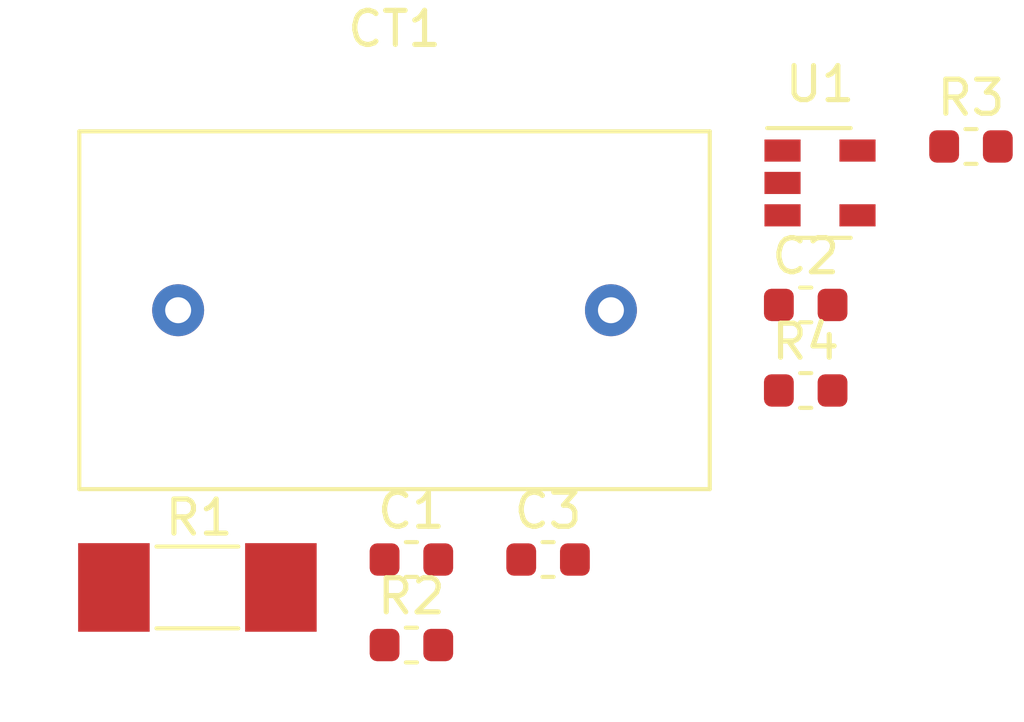
<source format=kicad_pcb>
(kicad_pcb (version 20171130) (host pcbnew "(5.1.6)-1")

  (general
    (thickness 1.6)
    (drawings 0)
    (tracks 0)
    (zones 0)
    (modules 9)
    (nets 8)
  )

  (page A4)
  (layers
    (0 F.Cu signal)
    (31 B.Cu signal)
    (32 B.Adhes user)
    (33 F.Adhes user)
    (34 B.Paste user)
    (35 F.Paste user)
    (36 B.SilkS user)
    (37 F.SilkS user)
    (38 B.Mask user)
    (39 F.Mask user)
    (40 Dwgs.User user)
    (41 Cmts.User user)
    (42 Eco1.User user)
    (43 Eco2.User user)
    (44 Edge.Cuts user)
    (45 Margin user)
    (46 B.CrtYd user)
    (47 F.CrtYd user)
    (48 B.Fab user)
    (49 F.Fab user)
  )

  (setup
    (last_trace_width 0.25)
    (trace_clearance 0.2)
    (zone_clearance 0.508)
    (zone_45_only no)
    (trace_min 0.2)
    (via_size 0.8)
    (via_drill 0.4)
    (via_min_size 0.4)
    (via_min_drill 0.3)
    (uvia_size 0.3)
    (uvia_drill 0.1)
    (uvias_allowed no)
    (uvia_min_size 0.2)
    (uvia_min_drill 0.1)
    (edge_width 0.05)
    (segment_width 0.2)
    (pcb_text_width 0.3)
    (pcb_text_size 1.5 1.5)
    (mod_edge_width 0.12)
    (mod_text_size 1 1)
    (mod_text_width 0.15)
    (pad_size 1.524 1.524)
    (pad_drill 0.762)
    (pad_to_mask_clearance 0.05)
    (aux_axis_origin 0 0)
    (visible_elements FFFFFF7F)
    (pcbplotparams
      (layerselection 0x010fc_ffffffff)
      (usegerberextensions false)
      (usegerberattributes true)
      (usegerberadvancedattributes true)
      (creategerberjobfile true)
      (excludeedgelayer true)
      (linewidth 0.100000)
      (plotframeref false)
      (viasonmask false)
      (mode 1)
      (useauxorigin false)
      (hpglpennumber 1)
      (hpglpenspeed 20)
      (hpglpendiameter 15.000000)
      (psnegative false)
      (psa4output false)
      (plotreference true)
      (plotvalue true)
      (plotinvisibletext false)
      (padsonsilk false)
      (subtractmaskfromsilk false)
      (outputformat 1)
      (mirror false)
      (drillshape 1)
      (scaleselection 1)
      (outputdirectory ""))
  )

  (net 0 "")
  (net 1 /Vsup+)
  (net 2 /Vsup-)
  (net 3 "Net-(C2-Pad2)")
  (net 4 "Net-(C2-Pad1)")
  (net 5 /Vout)
  (net 6 "Net-(CT1-Pad2)")
  (net 7 /Voffset)

  (net_class Default "This is the default net class."
    (clearance 0.2)
    (trace_width 0.25)
    (via_dia 0.8)
    (via_drill 0.4)
    (uvia_dia 0.3)
    (uvia_drill 0.1)
    (add_net /Voffset)
    (add_net /Vout)
    (add_net /Vsup+)
    (add_net /Vsup-)
    (add_net "Net-(C2-Pad1)")
    (add_net "Net-(C2-Pad2)")
    (add_net "Net-(CT1-Pad2)")
  )

  (module Package_TO_SOT_SMD:SOT-23-5 (layer F.Cu) (tedit 5A02FF57) (tstamp 5FA453A5)
    (at 156.99 98.95)
    (descr "5-pin SOT23 package")
    (tags SOT-23-5)
    (path /5F3FBA56)
    (attr smd)
    (fp_text reference U1 (at 0 -2.9) (layer F.SilkS)
      (effects (font (size 1 1) (thickness 0.15)))
    )
    (fp_text value MCP6021T (at 0 2.9) (layer F.Fab)
      (effects (font (size 1 1) (thickness 0.15)))
    )
    (fp_text user %R (at 0 0 90) (layer F.Fab)
      (effects (font (size 0.5 0.5) (thickness 0.075)))
    )
    (fp_line (start -0.9 1.61) (end 0.9 1.61) (layer F.SilkS) (width 0.12))
    (fp_line (start 0.9 -1.61) (end -1.55 -1.61) (layer F.SilkS) (width 0.12))
    (fp_line (start -1.9 -1.8) (end 1.9 -1.8) (layer F.CrtYd) (width 0.05))
    (fp_line (start 1.9 -1.8) (end 1.9 1.8) (layer F.CrtYd) (width 0.05))
    (fp_line (start 1.9 1.8) (end -1.9 1.8) (layer F.CrtYd) (width 0.05))
    (fp_line (start -1.9 1.8) (end -1.9 -1.8) (layer F.CrtYd) (width 0.05))
    (fp_line (start -0.9 -0.9) (end -0.25 -1.55) (layer F.Fab) (width 0.1))
    (fp_line (start 0.9 -1.55) (end -0.25 -1.55) (layer F.Fab) (width 0.1))
    (fp_line (start -0.9 -0.9) (end -0.9 1.55) (layer F.Fab) (width 0.1))
    (fp_line (start 0.9 1.55) (end -0.9 1.55) (layer F.Fab) (width 0.1))
    (fp_line (start 0.9 -1.55) (end 0.9 1.55) (layer F.Fab) (width 0.1))
    (pad 5 smd rect (at 1.1 -0.95) (size 1.06 0.65) (layers F.Cu F.Paste F.Mask)
      (net 1 /Vsup+))
    (pad 4 smd rect (at 1.1 0.95) (size 1.06 0.65) (layers F.Cu F.Paste F.Mask)
      (net 3 "Net-(C2-Pad2)"))
    (pad 3 smd rect (at -1.1 0.95) (size 1.06 0.65) (layers F.Cu F.Paste F.Mask)
      (net 7 /Voffset))
    (pad 2 smd rect (at -1.1 0) (size 1.06 0.65) (layers F.Cu F.Paste F.Mask)
      (net 2 /Vsup-))
    (pad 1 smd rect (at -1.1 -0.95) (size 1.06 0.65) (layers F.Cu F.Paste F.Mask)
      (net 4 "Net-(C2-Pad1)"))
    (model ${KISYS3DMOD}/Package_TO_SOT_SMD.3dshapes/SOT-23-5.wrl
      (at (xyz 0 0 0))
      (scale (xyz 1 1 1))
      (rotate (xyz 0 0 0))
    )
  )

  (module Resistor_SMD:R_0603_1608Metric (layer F.Cu) (tedit 5B301BBD) (tstamp 5FA45390)
    (at 156.57 105.04)
    (descr "Resistor SMD 0603 (1608 Metric), square (rectangular) end terminal, IPC_7351 nominal, (Body size source: http://www.tortai-tech.com/upload/download/2011102023233369053.pdf), generated with kicad-footprint-generator")
    (tags resistor)
    (path /5F3FBA54)
    (attr smd)
    (fp_text reference R4 (at 0 -1.43) (layer F.SilkS)
      (effects (font (size 1 1) (thickness 0.15)))
    )
    (fp_text value 1K (at 0 1.43) (layer F.Fab)
      (effects (font (size 1 1) (thickness 0.15)))
    )
    (fp_text user %R (at 0 0) (layer F.Fab)
      (effects (font (size 0.4 0.4) (thickness 0.06)))
    )
    (fp_line (start -0.8 0.4) (end -0.8 -0.4) (layer F.Fab) (width 0.1))
    (fp_line (start -0.8 -0.4) (end 0.8 -0.4) (layer F.Fab) (width 0.1))
    (fp_line (start 0.8 -0.4) (end 0.8 0.4) (layer F.Fab) (width 0.1))
    (fp_line (start 0.8 0.4) (end -0.8 0.4) (layer F.Fab) (width 0.1))
    (fp_line (start -0.162779 -0.51) (end 0.162779 -0.51) (layer F.SilkS) (width 0.12))
    (fp_line (start -0.162779 0.51) (end 0.162779 0.51) (layer F.SilkS) (width 0.12))
    (fp_line (start -1.48 0.73) (end -1.48 -0.73) (layer F.CrtYd) (width 0.05))
    (fp_line (start -1.48 -0.73) (end 1.48 -0.73) (layer F.CrtYd) (width 0.05))
    (fp_line (start 1.48 -0.73) (end 1.48 0.73) (layer F.CrtYd) (width 0.05))
    (fp_line (start 1.48 0.73) (end -1.48 0.73) (layer F.CrtYd) (width 0.05))
    (pad 2 smd roundrect (at 0.7875 0) (size 0.875 0.95) (layers F.Cu F.Paste F.Mask) (roundrect_rratio 0.25)
      (net 4 "Net-(C2-Pad1)"))
    (pad 1 smd roundrect (at -0.7875 0) (size 0.875 0.95) (layers F.Cu F.Paste F.Mask) (roundrect_rratio 0.25)
      (net 5 /Vout))
    (model ${KISYS3DMOD}/Resistor_SMD.3dshapes/R_0603_1608Metric.wrl
      (at (xyz 0 0 0))
      (scale (xyz 1 1 1))
      (rotate (xyz 0 0 0))
    )
  )

  (module Resistor_SMD:R_0603_1608Metric (layer F.Cu) (tedit 5B301BBD) (tstamp 5FA4537F)
    (at 161.42 97.88)
    (descr "Resistor SMD 0603 (1608 Metric), square (rectangular) end terminal, IPC_7351 nominal, (Body size source: http://www.tortai-tech.com/upload/download/2011102023233369053.pdf), generated with kicad-footprint-generator")
    (tags resistor)
    (path /5F427585)
    (attr smd)
    (fp_text reference R3 (at 0 -1.43) (layer F.SilkS)
      (effects (font (size 1 1) (thickness 0.15)))
    )
    (fp_text value 15K (at 0 1.43) (layer F.Fab)
      (effects (font (size 1 1) (thickness 0.15)))
    )
    (fp_text user %R (at 0 0) (layer F.Fab)
      (effects (font (size 0.4 0.4) (thickness 0.06)))
    )
    (fp_line (start -0.8 0.4) (end -0.8 -0.4) (layer F.Fab) (width 0.1))
    (fp_line (start -0.8 -0.4) (end 0.8 -0.4) (layer F.Fab) (width 0.1))
    (fp_line (start 0.8 -0.4) (end 0.8 0.4) (layer F.Fab) (width 0.1))
    (fp_line (start 0.8 0.4) (end -0.8 0.4) (layer F.Fab) (width 0.1))
    (fp_line (start -0.162779 -0.51) (end 0.162779 -0.51) (layer F.SilkS) (width 0.12))
    (fp_line (start -0.162779 0.51) (end 0.162779 0.51) (layer F.SilkS) (width 0.12))
    (fp_line (start -1.48 0.73) (end -1.48 -0.73) (layer F.CrtYd) (width 0.05))
    (fp_line (start -1.48 -0.73) (end 1.48 -0.73) (layer F.CrtYd) (width 0.05))
    (fp_line (start 1.48 -0.73) (end 1.48 0.73) (layer F.CrtYd) (width 0.05))
    (fp_line (start 1.48 0.73) (end -1.48 0.73) (layer F.CrtYd) (width 0.05))
    (pad 2 smd roundrect (at 0.7875 0) (size 0.875 0.95) (layers F.Cu F.Paste F.Mask) (roundrect_rratio 0.25)
      (net 3 "Net-(C2-Pad2)"))
    (pad 1 smd roundrect (at -0.7875 0) (size 0.875 0.95) (layers F.Cu F.Paste F.Mask) (roundrect_rratio 0.25)
      (net 4 "Net-(C2-Pad1)"))
    (model ${KISYS3DMOD}/Resistor_SMD.3dshapes/R_0603_1608Metric.wrl
      (at (xyz 0 0 0))
      (scale (xyz 1 1 1))
      (rotate (xyz 0 0 0))
    )
  )

  (module Resistor_SMD:R_0603_1608Metric (layer F.Cu) (tedit 5B301BBD) (tstamp 5FA4536E)
    (at 145 112.51)
    (descr "Resistor SMD 0603 (1608 Metric), square (rectangular) end terminal, IPC_7351 nominal, (Body size source: http://www.tortai-tech.com/upload/download/2011102023233369053.pdf), generated with kicad-footprint-generator")
    (tags resistor)
    (path /5F3FBA52)
    (attr smd)
    (fp_text reference R2 (at 0 -1.43) (layer F.SilkS)
      (effects (font (size 1 1) (thickness 0.15)))
    )
    (fp_text value 1K (at 0 1.43) (layer F.Fab)
      (effects (font (size 1 1) (thickness 0.15)))
    )
    (fp_text user %R (at 0 0) (layer F.Fab)
      (effects (font (size 0.4 0.4) (thickness 0.06)))
    )
    (fp_line (start -0.8 0.4) (end -0.8 -0.4) (layer F.Fab) (width 0.1))
    (fp_line (start -0.8 -0.4) (end 0.8 -0.4) (layer F.Fab) (width 0.1))
    (fp_line (start 0.8 -0.4) (end 0.8 0.4) (layer F.Fab) (width 0.1))
    (fp_line (start 0.8 0.4) (end -0.8 0.4) (layer F.Fab) (width 0.1))
    (fp_line (start -0.162779 -0.51) (end 0.162779 -0.51) (layer F.SilkS) (width 0.12))
    (fp_line (start -0.162779 0.51) (end 0.162779 0.51) (layer F.SilkS) (width 0.12))
    (fp_line (start -1.48 0.73) (end -1.48 -0.73) (layer F.CrtYd) (width 0.05))
    (fp_line (start -1.48 -0.73) (end 1.48 -0.73) (layer F.CrtYd) (width 0.05))
    (fp_line (start 1.48 -0.73) (end 1.48 0.73) (layer F.CrtYd) (width 0.05))
    (fp_line (start 1.48 0.73) (end -1.48 0.73) (layer F.CrtYd) (width 0.05))
    (pad 2 smd roundrect (at 0.7875 0) (size 0.875 0.95) (layers F.Cu F.Paste F.Mask) (roundrect_rratio 0.25)
      (net 6 "Net-(CT1-Pad2)"))
    (pad 1 smd roundrect (at -0.7875 0) (size 0.875 0.95) (layers F.Cu F.Paste F.Mask) (roundrect_rratio 0.25)
      (net 3 "Net-(C2-Pad2)"))
    (model ${KISYS3DMOD}/Resistor_SMD.3dshapes/R_0603_1608Metric.wrl
      (at (xyz 0 0 0))
      (scale (xyz 1 1 1))
      (rotate (xyz 0 0 0))
    )
  )

  (module Resistor_SMD:R_MELF_MMB-0207 (layer F.Cu) (tedit 58FE61C0) (tstamp 5FA4535D)
    (at 138.72 110.82)
    (descr "Resistor, MELF, MMB-0207, http://www.vishay.com/docs/28713/melfprof.pdf")
    (tags "MELF Resistor")
    (path /5F427561)
    (attr smd)
    (fp_text reference R1 (at 0.05 -2.05) (layer F.SilkS)
      (effects (font (size 1 1) (thickness 0.15)))
    )
    (fp_text value 10 (at 0 2.2) (layer F.Fab)
      (effects (font (size 1 1) (thickness 0.15)))
    )
    (fp_text user %R (at 0 0) (layer F.Fab)
      (effects (font (size 1 1) (thickness 0.15)))
    )
    (fp_line (start 1.2 -1.2) (end -1.2 -1.2) (layer F.SilkS) (width 0.12))
    (fp_line (start 1.2 1.2) (end -1.2 1.2) (layer F.SilkS) (width 0.12))
    (fp_line (start 1.7 -1.1) (end 1.7 1.1) (layer F.Fab) (width 0.12))
    (fp_line (start -1.7 -1.1) (end -1.7 1.1) (layer F.Fab) (width 0.12))
    (fp_line (start -2.9 -1.1) (end -2.9 1.1) (layer F.Fab) (width 0.12))
    (fp_line (start -2.9 1.1) (end 2.9 1.1) (layer F.Fab) (width 0.12))
    (fp_line (start 2.9 1.1) (end 2.9 -1.1) (layer F.Fab) (width 0.12))
    (fp_line (start 2.9 -1.1) (end -2.9 -1.1) (layer F.Fab) (width 0.12))
    (fp_line (start -3.75 -1.55) (end 3.75 -1.55) (layer F.CrtYd) (width 0.05))
    (fp_line (start -3.75 -1.55) (end -3.75 1.55) (layer F.CrtYd) (width 0.05))
    (fp_line (start 3.75 1.55) (end 3.75 -1.55) (layer F.CrtYd) (width 0.05))
    (fp_line (start 3.75 1.55) (end -3.75 1.55) (layer F.CrtYd) (width 0.05))
    (pad 2 smd rect (at 2.45 0) (size 2.1 2.6) (layers F.Cu F.Paste F.Mask)
      (net 6 "Net-(CT1-Pad2)"))
    (pad 1 smd rect (at -2.45 0) (size 2.1 2.6) (layers F.Cu F.Paste F.Mask)
      (net 7 /Voffset))
    (model ${KISYS3DMOD}/Resistor_SMD.3dshapes/R_MELF_MMB-0207.wrl
      (at (xyz 0 0 0))
      (scale (xyz 1 1 1))
      (rotate (xyz 0 0 0))
    )
  )

  (module eMKa_TRAFO:CT_talema_no_pimary_wire (layer F.Cu) (tedit 5F44AC8C) (tstamp 5FA4534A)
    (at 144.505 102.685)
    (path /5F427555)
    (fp_text reference CT1 (at 0 -8.255) (layer F.SilkS)
      (effects (font (size 1 1) (thickness 0.15)))
    )
    (fp_text value Current_Transformer_prim_free (at 0 -6.985) (layer F.Fab)
      (effects (font (size 1 1) (thickness 0.15)))
    )
    (fp_line (start 9.25 5.25) (end 9.25 -5.25) (layer F.SilkS) (width 0.12))
    (fp_line (start -9.25 5.25) (end 9.25 5.25) (layer F.SilkS) (width 0.12))
    (fp_line (start -9.25 -5.25) (end -9.25 5.25) (layer F.SilkS) (width 0.12))
    (fp_line (start 9.25 -5.25) (end -9.25 -5.25) (layer F.SilkS) (width 0.12))
    (fp_line (start 9 -5) (end -9 -5) (layer F.Fab) (width 0.12))
    (fp_line (start 9 5) (end 9 -5) (layer F.Fab) (width 0.12))
    (fp_line (start -9 5) (end 9 5) (layer F.Fab) (width 0.12))
    (fp_line (start -9 -5) (end -9 5) (layer F.Fab) (width 0.12))
    (fp_line (start -2.5 4.5) (end -2.5 -4.5) (layer Dwgs.User) (width 0.12))
    (fp_line (start 2.5 -4.5) (end 2.5 4.5) (layer Dwgs.User) (width 0.12))
    (fp_line (start -9.5 -5.5) (end 9.5 -5.5) (layer F.CrtYd) (width 0.12))
    (fp_line (start 9.5 -5.5) (end 9.5 5.5) (layer F.CrtYd) (width 0.12))
    (fp_line (start 9.5 5.5) (end -9.5 5.5) (layer F.CrtYd) (width 0.12))
    (fp_line (start -9.5 5.5) (end -9.5 -5.5) (layer F.CrtYd) (width 0.12))
    (pad 2 thru_hole circle (at 6.35 0) (size 1.524 1.524) (drill 0.762) (layers *.Cu *.Mask)
      (net 6 "Net-(CT1-Pad2)"))
    (pad 1 thru_hole circle (at -6.35 0) (size 1.524 1.524) (drill 0.762) (layers *.Cu *.Mask)
      (net 7 /Voffset))
    (model ${MYPATH}/FootPrinty/3d_models/talema_AP_series/talema_AP.wrl
      (at (xyz 0 0 0))
      (scale (xyz 1 1 1))
      (rotate (xyz 0 0 0))
    )
  )

  (module Capacitor_SMD:C_0603_1608Metric (layer F.Cu) (tedit 5B301BBE) (tstamp 5FA45336)
    (at 149.01 110)
    (descr "Capacitor SMD 0603 (1608 Metric), square (rectangular) end terminal, IPC_7351 nominal, (Body size source: http://www.tortai-tech.com/upload/download/2011102023233369053.pdf), generated with kicad-footprint-generator")
    (tags capacitor)
    (path /5F3FBA53)
    (attr smd)
    (fp_text reference C3 (at 0 -1.43) (layer F.SilkS)
      (effects (font (size 1 1) (thickness 0.15)))
    )
    (fp_text value 4,7n (at 0 1.43) (layer F.Fab)
      (effects (font (size 1 1) (thickness 0.15)))
    )
    (fp_text user %R (at 0 0) (layer F.Fab)
      (effects (font (size 0.4 0.4) (thickness 0.06)))
    )
    (fp_line (start -0.8 0.4) (end -0.8 -0.4) (layer F.Fab) (width 0.1))
    (fp_line (start -0.8 -0.4) (end 0.8 -0.4) (layer F.Fab) (width 0.1))
    (fp_line (start 0.8 -0.4) (end 0.8 0.4) (layer F.Fab) (width 0.1))
    (fp_line (start 0.8 0.4) (end -0.8 0.4) (layer F.Fab) (width 0.1))
    (fp_line (start -0.162779 -0.51) (end 0.162779 -0.51) (layer F.SilkS) (width 0.12))
    (fp_line (start -0.162779 0.51) (end 0.162779 0.51) (layer F.SilkS) (width 0.12))
    (fp_line (start -1.48 0.73) (end -1.48 -0.73) (layer F.CrtYd) (width 0.05))
    (fp_line (start -1.48 -0.73) (end 1.48 -0.73) (layer F.CrtYd) (width 0.05))
    (fp_line (start 1.48 -0.73) (end 1.48 0.73) (layer F.CrtYd) (width 0.05))
    (fp_line (start 1.48 0.73) (end -1.48 0.73) (layer F.CrtYd) (width 0.05))
    (pad 2 smd roundrect (at 0.7875 0) (size 0.875 0.95) (layers F.Cu F.Paste F.Mask) (roundrect_rratio 0.25)
      (net 2 /Vsup-))
    (pad 1 smd roundrect (at -0.7875 0) (size 0.875 0.95) (layers F.Cu F.Paste F.Mask) (roundrect_rratio 0.25)
      (net 5 /Vout))
    (model ${KISYS3DMOD}/Capacitor_SMD.3dshapes/C_0603_1608Metric.wrl
      (at (xyz 0 0 0))
      (scale (xyz 1 1 1))
      (rotate (xyz 0 0 0))
    )
  )

  (module Capacitor_SMD:C_0603_1608Metric (layer F.Cu) (tedit 5B301BBE) (tstamp 5FA45325)
    (at 156.57 102.53)
    (descr "Capacitor SMD 0603 (1608 Metric), square (rectangular) end terminal, IPC_7351 nominal, (Body size source: http://www.tortai-tech.com/upload/download/2011102023233369053.pdf), generated with kicad-footprint-generator")
    (tags capacitor)
    (path /5F427575)
    (attr smd)
    (fp_text reference C2 (at 0 -1.43) (layer F.SilkS)
      (effects (font (size 1 1) (thickness 0.15)))
    )
    (fp_text value 4,7n (at 0 1.43) (layer F.Fab)
      (effects (font (size 1 1) (thickness 0.15)))
    )
    (fp_text user %R (at 0 0) (layer F.Fab)
      (effects (font (size 0.4 0.4) (thickness 0.06)))
    )
    (fp_line (start -0.8 0.4) (end -0.8 -0.4) (layer F.Fab) (width 0.1))
    (fp_line (start -0.8 -0.4) (end 0.8 -0.4) (layer F.Fab) (width 0.1))
    (fp_line (start 0.8 -0.4) (end 0.8 0.4) (layer F.Fab) (width 0.1))
    (fp_line (start 0.8 0.4) (end -0.8 0.4) (layer F.Fab) (width 0.1))
    (fp_line (start -0.162779 -0.51) (end 0.162779 -0.51) (layer F.SilkS) (width 0.12))
    (fp_line (start -0.162779 0.51) (end 0.162779 0.51) (layer F.SilkS) (width 0.12))
    (fp_line (start -1.48 0.73) (end -1.48 -0.73) (layer F.CrtYd) (width 0.05))
    (fp_line (start -1.48 -0.73) (end 1.48 -0.73) (layer F.CrtYd) (width 0.05))
    (fp_line (start 1.48 -0.73) (end 1.48 0.73) (layer F.CrtYd) (width 0.05))
    (fp_line (start 1.48 0.73) (end -1.48 0.73) (layer F.CrtYd) (width 0.05))
    (pad 2 smd roundrect (at 0.7875 0) (size 0.875 0.95) (layers F.Cu F.Paste F.Mask) (roundrect_rratio 0.25)
      (net 3 "Net-(C2-Pad2)"))
    (pad 1 smd roundrect (at -0.7875 0) (size 0.875 0.95) (layers F.Cu F.Paste F.Mask) (roundrect_rratio 0.25)
      (net 4 "Net-(C2-Pad1)"))
    (model ${KISYS3DMOD}/Capacitor_SMD.3dshapes/C_0603_1608Metric.wrl
      (at (xyz 0 0 0))
      (scale (xyz 1 1 1))
      (rotate (xyz 0 0 0))
    )
  )

  (module Capacitor_SMD:C_0603_1608Metric (layer F.Cu) (tedit 5B301BBE) (tstamp 5FA45314)
    (at 145 110)
    (descr "Capacitor SMD 0603 (1608 Metric), square (rectangular) end terminal, IPC_7351 nominal, (Body size source: http://www.tortai-tech.com/upload/download/2011102023233369053.pdf), generated with kicad-footprint-generator")
    (tags capacitor)
    (path /5F3FBA55)
    (attr smd)
    (fp_text reference C1 (at 0 -1.43) (layer F.SilkS)
      (effects (font (size 1 1) (thickness 0.15)))
    )
    (fp_text value 100n (at 0 1.43) (layer F.Fab)
      (effects (font (size 1 1) (thickness 0.15)))
    )
    (fp_text user %R (at 0 0) (layer F.Fab)
      (effects (font (size 0.4 0.4) (thickness 0.06)))
    )
    (fp_line (start -0.8 0.4) (end -0.8 -0.4) (layer F.Fab) (width 0.1))
    (fp_line (start -0.8 -0.4) (end 0.8 -0.4) (layer F.Fab) (width 0.1))
    (fp_line (start 0.8 -0.4) (end 0.8 0.4) (layer F.Fab) (width 0.1))
    (fp_line (start 0.8 0.4) (end -0.8 0.4) (layer F.Fab) (width 0.1))
    (fp_line (start -0.162779 -0.51) (end 0.162779 -0.51) (layer F.SilkS) (width 0.12))
    (fp_line (start -0.162779 0.51) (end 0.162779 0.51) (layer F.SilkS) (width 0.12))
    (fp_line (start -1.48 0.73) (end -1.48 -0.73) (layer F.CrtYd) (width 0.05))
    (fp_line (start -1.48 -0.73) (end 1.48 -0.73) (layer F.CrtYd) (width 0.05))
    (fp_line (start 1.48 -0.73) (end 1.48 0.73) (layer F.CrtYd) (width 0.05))
    (fp_line (start 1.48 0.73) (end -1.48 0.73) (layer F.CrtYd) (width 0.05))
    (pad 2 smd roundrect (at 0.7875 0) (size 0.875 0.95) (layers F.Cu F.Paste F.Mask) (roundrect_rratio 0.25)
      (net 1 /Vsup+))
    (pad 1 smd roundrect (at -0.7875 0) (size 0.875 0.95) (layers F.Cu F.Paste F.Mask) (roundrect_rratio 0.25)
      (net 2 /Vsup-))
    (model ${KISYS3DMOD}/Capacitor_SMD.3dshapes/C_0603_1608Metric.wrl
      (at (xyz 0 0 0))
      (scale (xyz 1 1 1))
      (rotate (xyz 0 0 0))
    )
  )

)

</source>
